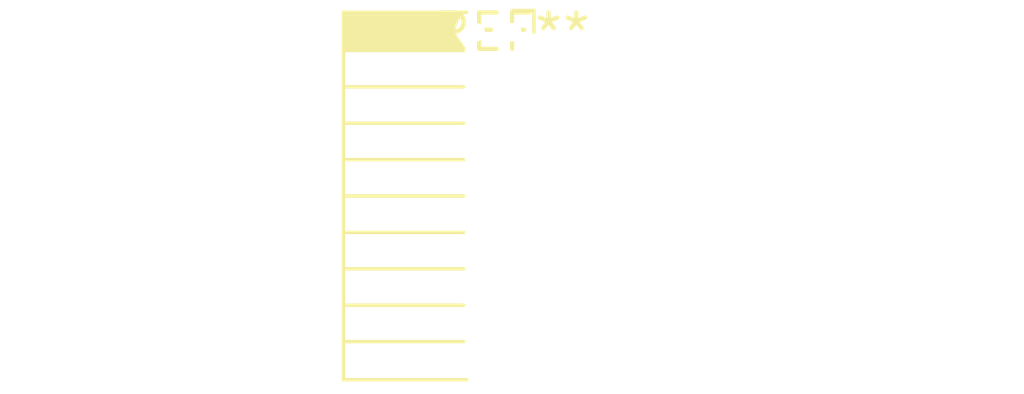
<source format=kicad_pcb>
(kicad_pcb (version 20240108) (generator pcbnew)
  (layers (0 "F.Cu" signal) (31 "B.Cu" signal) (34 "B.Paste" user) (35 "F.Paste" user) (36 "B.SilkS" user "B.Silkscreen") (37 "F.SilkS" user "F.Silkscreen") (38 "B.Mask" user) (39 "F.Mask" user) (44 "Edge.Cuts" user))
  (net 0 "")
  (footprint "PinSocket_2x10_P1.27mm_Horizontal" (layer "F.Cu") (at 0 0)
    (property "Reference" "REF**")
    (property "Value" "PinSocket_2x10_P1.27mm_Horizontal")
    (fp_line (start -5.88 -0.695) (end -5.88 12.125) (layer "F.SilkS") (stroke (width 0.12)))
    (fp_line (start -5.88 -0.695) (end -1.57753 -0.695) (layer "F.SilkS") (stroke (width 0.12)))
    (fp_line (start -5.88 -0.575) (end -1.766966 -0.575) (layer "F.SilkS") (stroke (width 0.12)))
    (fp_line (start -5.88 -0.465) (end -1.871145 -0.465) (layer "F.SilkS") (stroke (width 0.12)))
    (fp_line (start -5.88 -0.355) (end -1.941993 -0.355) (layer "F.SilkS") (stroke (width 0.12)))
    (fp_line (start -5.88 -0.245) (end -1.989427 -0.245) (layer "F.SilkS") (stroke (width 0.12)))
    (fp_line (start -5.88 -0.135) (end -2.017914 -0.135) (layer "F.SilkS") (stroke (width 0.12)))
    (fp_line (start -5.88 -0.025) (end -2.029589 -0.025) (layer "F.SilkS") (stroke (width 0.12)))
    (fp_line (start -5.88 0.085) (end -2.025232 0.085) (layer "F.SilkS") (stroke (width 0.12)))
    (fp_line (start -5.88 0.195) (end -2.004558 0.195) (layer "F.SilkS") (stroke (width 0.12)))
    (fp_line (start -5.88 0.305) (end -1.966114 0.305) (layer "F.SilkS") (stroke (width 0.12)))
    (fp_line (start -5.88 0.415) (end -1.906691 0.415) (layer "F.SilkS") (stroke (width 0.12)))
    (fp_line (start -5.88 0.525) (end -1.819523 0.525) (layer "F.SilkS") (stroke (width 0.12)))
    (fp_line (start -5.88 0.635) (end -1.687582 0.635) (layer "F.SilkS") (stroke (width 0.12)))
    (fp_line (start -5.88 1.905) (end -1.687582 1.905) (layer "F.SilkS") (stroke (width 0.12)))
    (fp_line (start -5.88 3.175) (end -1.687582 3.175) (layer "F.SilkS") (stroke (width 0.12)))
    (fp_line (start -5.88 4.445) (end -1.687582 4.445) (layer "F.SilkS") (stroke (width 0.12)))
    (fp_line (start -5.88 5.715) (end -1.687582 5.715) (layer "F.SilkS") (stroke (width 0.12)))
    (fp_line (start -5.88 6.985) (end -1.687582 6.985) (layer "F.SilkS") (stroke (width 0.12)))
    (fp_line (start -5.88 8.255) (end -1.687582 8.255) (layer "F.SilkS") (stroke (width 0.12)))
    (fp_line (start -5.88 9.525) (end -1.687582 9.525) (layer "F.SilkS") (stroke (width 0.12)))
    (fp_line (start -5.88 10.795) (end -1.687582 10.795) (layer "F.SilkS") (stroke (width 0.12)))
    (fp_line (start -5.88 12.125) (end -1.57753 12.125) (layer "F.SilkS") (stroke (width 0.12)))
    (fp_line (start 0 -0.76) (end 0.76 -0.76) (layer "F.SilkS") (stroke (width 0.12)))
    (fp_line (start 0.76 -0.76) (end 0.76 0) (layer "F.SilkS") (stroke (width 0.12)))
    (pad "1" thru_hole rect (at 0 0) (size 1 1) (drill 0.65) (layers *.Cu *.Mask) (remove_unused_layers))
    (pad "2" thru_hole oval (at -1.27 0) (size 1 1) (drill 0.65) (layers *.Cu *.Mask) (remove_unused_layers))
    (pad "3" thru_hole oval (at 0 1.27) (size 1 1) (drill 0.65) (layers *.Cu *.Mask) (remove_unused_layers))
    (pad "4" thru_hole oval (at -1.27 1.27) (size 1 1) (drill 0.65) (layers *.Cu *.Mask) (remove_unused_layers))
    (pad "5" thru_hole oval (at 0 2.54) (size 1 1) (drill 0.65) (layers *.Cu *.Mask) (remove_unused_layers))
    (pad "6" thru_hole oval (at -1.27 2.54) (size 1 1) (drill 0.65) (layers *.Cu *.Mask) (remove_unused_layers))
    (pad "7" thru_hole oval (at 0 3.81) (size 1 1) (drill 0.65) (layers *.Cu *.Mask) (remove_unused_layers))
    (pad "8" thru_hole oval (at -1.27 3.81) (size 1 1) (drill 0.65) (layers *.Cu *.Mask) (remove_unused_layers))
    (pad "9" thru_hole oval (at 0 5.08) (size 1 1) (drill 0.65) (layers *.Cu *.Mask) (remove_unused_layers))
    (pad "10" thru_hole oval (at -1.27 5.08) (size 1 1) (drill 0.65) (layers *.Cu *.Mask) (remove_unused_layers))
    (pad "11" thru_hole oval (at 0 6.35) (size 1 1) (drill 0.65) (layers *.Cu *.Mask) (remove_unused_layers))
    (pad "12" thru_hole oval (at -1.27 6.35) (size 1 1) (drill 0.65) (layers *.Cu *.Mask) (remove_unused_layers))
    (pad "13" thru_hole oval (at 0 7.62) (size 1 1) (drill 0.65) (layers *.Cu *.Mask) (remove_unused_layers))
    (pad "14" thru_hole oval (at -1.27 7.62) (size 1 1) (drill 0.65) (layers *.Cu *.Mask) (remove_unused_layers))
    (pad "15" thru_hole oval (at 0 8.89) (size 1 1) (drill 0.65) (layers *.Cu *.Mask) (remove_unused_layers))
    (pad "16" thru_hole oval (at -1.27 8.89) (size 1 1) (drill 0.65) (layers *.Cu *.Mask) (remove_unused_layers))
    (pad "17" thru_hole oval (at 0 10.16) (size 1 1) (drill 0.65) (layers *.Cu *.Mask) (remove_unused_layers))
    (pad "18" thru_hole oval (at -1.27 10.16) (size 1 1) (drill 0.65) (layers *.Cu *.Mask) (remove_unused_layers))
    (pad "19" thru_hole oval (at 0 11.43) (size 1 1) (drill 0.65) (layers *.Cu *.Mask) (remove_unused_layers))
    (pad "20" thru_hole oval (at -1.27 11.43) (size 1 1) (drill 0.65) (layers *.Cu *.Mask) (remove_unused_layers))
  )
)
</source>
